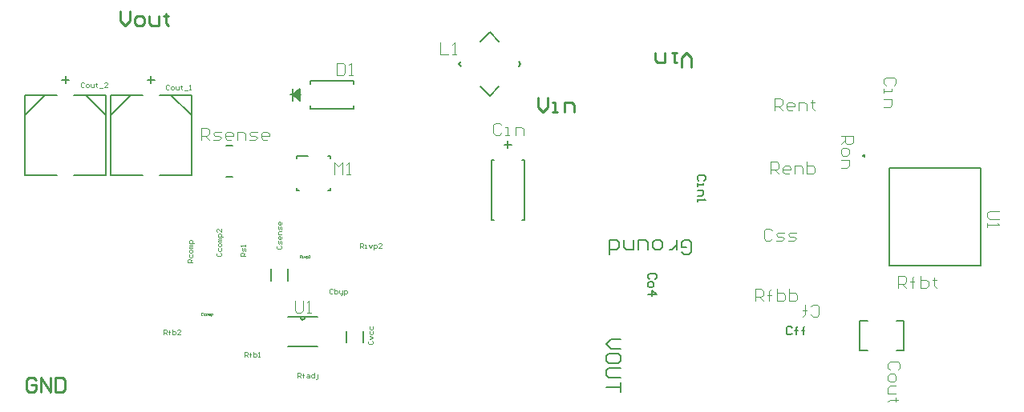
<source format=gto>
G04*
G04 #@! TF.GenerationSoftware,Altium Limited,Altium Designer,19.1.1 (5)*
G04*
G04 Layer_Color=65535*
%FSLAX25Y25*%
%MOIN*%
G70*
G01*
G75*
%ADD24C,0.01000*%
%ADD42C,0.00600*%
%ADD43C,0.00787*%
%ADD44C,0.00300*%
%ADD45C,0.00700*%
D24*
X114499Y338498D02*
X113499Y339498D01*
X111500D01*
X110500Y338498D01*
Y334500D01*
X111500Y333500D01*
X113499D01*
X114499Y334500D01*
Y336499D01*
X112499D01*
X116498Y333500D02*
Y339498D01*
X120497Y333500D01*
Y339498D01*
X122496D02*
Y333500D01*
X125495D01*
X126495Y334500D01*
Y338498D01*
X125495Y339498D01*
X122496D01*
X149500Y491998D02*
Y487999D01*
X151499Y486000D01*
X153499Y487999D01*
Y491998D01*
X156498Y486000D02*
X158497D01*
X159497Y487000D01*
Y488999D01*
X158497Y489999D01*
X156498D01*
X155498Y488999D01*
Y487000D01*
X156498Y486000D01*
X161496Y489999D02*
Y487000D01*
X162496Y486000D01*
X165495D01*
Y489999D01*
X168494Y490998D02*
Y489999D01*
X167494D01*
X169493D01*
X168494D01*
Y487000D01*
X169493Y486000D01*
X323000Y455998D02*
Y451999D01*
X324999Y450000D01*
X326999Y451999D01*
Y455998D01*
X328998Y450000D02*
X330997D01*
X329998D01*
Y453999D01*
X328998D01*
X333996Y450000D02*
Y453999D01*
X336996D01*
X337995Y452999D01*
Y450000D01*
X386800Y468712D02*
Y472711D01*
X384801Y474710D01*
X382801Y472711D01*
Y468712D01*
X380802Y474710D02*
X378803D01*
X379802D01*
Y470711D01*
X380802D01*
X375804Y474710D02*
Y470711D01*
X372805D01*
X371805Y471711D01*
Y474710D01*
D42*
X224000Y364700D02*
X224352Y363851D01*
X225200Y363500D01*
X226048Y363851D01*
X226400Y364700D01*
X250350Y353910D02*
Y358690D01*
X243250Y353910D02*
Y358690D01*
X211950Y379810D02*
Y384590D01*
X219050Y379810D02*
Y384590D01*
X193460Y436100D02*
X196140D01*
X193460Y422900D02*
X196140D01*
X316360Y429950D02*
X317400D01*
Y405150D02*
Y429950D01*
X303600Y405150D02*
X304640D01*
X303600D02*
Y429950D01*
X309000Y436350D02*
X312000D01*
X310500Y434850D02*
Y437850D01*
X303600Y429950D02*
X304640D01*
X316360Y405150D02*
X317400D01*
X228350Y461710D02*
Y462950D01*
X246450D01*
Y451450D02*
Y452690D01*
X228350Y451450D02*
X246450D01*
X223950Y454700D02*
Y459700D01*
X220950Y457200D02*
X223950Y456700D01*
X220950Y457200D02*
X223950Y456200D01*
X220950Y457200D02*
X223950Y455700D01*
X220950Y457200D02*
X223950Y455200D01*
X220950Y457200D02*
X223950Y454700D01*
X220950Y457200D02*
X223950Y457700D01*
X220950Y457200D02*
X223950Y458200D01*
X220950Y457200D02*
X223950Y458700D01*
X220950Y457200D02*
X223950Y459200D01*
X220950Y457200D02*
X223950Y459700D01*
X220950Y454700D02*
Y459700D01*
X219950Y457200D02*
X224490D01*
X228350Y451450D02*
Y452690D01*
X246450Y461710D02*
Y462950D01*
X290100Y470000D02*
X290940Y469134D01*
X303000Y456700D02*
X306840Y460659D01*
X315060Y469134D02*
X315900Y470000D01*
X315060Y470866D02*
X315900Y470000D01*
X303000Y483300D02*
X306840Y479341D01*
X290100Y470000D02*
X290940Y470866D01*
X299160Y460659D02*
X303000Y456700D01*
X299160Y479341D02*
X303000Y483300D01*
X165660Y423650D02*
X178950D01*
X145450Y457150D02*
X158740D01*
X162200Y462000D02*
Y465000D01*
X160700Y463500D02*
X163700D01*
X170575Y457150D02*
X178950Y448775D01*
X145450D02*
X153825Y457150D01*
X145450Y423650D02*
Y457150D01*
Y423650D02*
X158740D01*
X178950D02*
Y457150D01*
X165660D02*
X178950D01*
X130060Y423650D02*
X143350D01*
X109850Y457150D02*
X123140D01*
X126600Y462000D02*
Y465000D01*
X125100Y463500D02*
X128100D01*
X134975Y457150D02*
X143350Y448775D01*
X109850D02*
X118225Y457150D01*
X109850Y423650D02*
Y457150D01*
Y423650D02*
X123140D01*
X143350D02*
Y457150D01*
X130060D02*
X143350D01*
X219100Y352500D02*
X231300D01*
X219100Y364700D02*
X231300D01*
X458150Y431760D02*
X458900Y431327D01*
Y432193D01*
X458150Y431760D01*
X507100Y426760D02*
X469100D01*
X507100D02*
Y385860D01*
X469100D01*
Y426760D02*
Y385860D01*
D43*
X222613Y417413D02*
Y418398D01*
Y417413D02*
X223598D01*
X236787D02*
Y418398D01*
X235802Y417413D02*
X236787D01*
X235802Y431587D02*
X236787D01*
X222613D02*
X227535D01*
X222613Y430602D02*
Y431587D01*
X236787Y430602D02*
Y431587D01*
D44*
X237833Y376166D02*
X237500Y376499D01*
X236833D01*
X236500Y376166D01*
Y374833D01*
X236833Y374500D01*
X237500D01*
X237833Y374833D01*
X238499Y376499D02*
Y374500D01*
X239499D01*
X239832Y374833D01*
Y375166D01*
Y375500D01*
X239499Y375833D01*
X238499D01*
X240499D02*
Y374833D01*
X240832Y374500D01*
X241832D01*
Y374167D01*
X241498Y373834D01*
X241165D01*
X241832Y374500D02*
Y375833D01*
X242498Y373834D02*
Y375833D01*
X243498D01*
X243831Y375500D01*
Y374833D01*
X243498Y374500D01*
X242498D01*
X183667Y366333D02*
X183500Y366500D01*
X183167D01*
X183000Y366333D01*
Y365667D01*
X183167Y365500D01*
X183500D01*
X183667Y365667D01*
X184666Y366166D02*
X184166D01*
X184000Y366000D01*
Y365667D01*
X184166Y365500D01*
X184666D01*
X185166D02*
X185499D01*
X185666Y365667D01*
Y366000D01*
X185499Y366166D01*
X185166D01*
X184999Y366000D01*
Y365667D01*
X185166Y365500D01*
X185999D02*
Y366166D01*
X186166D01*
X186332Y366000D01*
Y365500D01*
Y366000D01*
X186499Y366166D01*
X186665Y366000D01*
Y365500D01*
X186999Y365167D02*
Y366166D01*
X187499D01*
X187665Y366000D01*
Y365667D01*
X187499Y365500D01*
X186999D01*
X189834Y391333D02*
X189501Y391000D01*
Y390333D01*
X189834Y390000D01*
X191167D01*
X191500Y390333D01*
Y391000D01*
X191167Y391333D01*
X190167Y393332D02*
Y392333D01*
X190500Y391999D01*
X191167D01*
X191500Y392333D01*
Y393332D01*
Y394332D02*
Y394998D01*
X191167Y395332D01*
X190500D01*
X190167Y394998D01*
Y394332D01*
X190500Y393999D01*
X191167D01*
X191500Y394332D01*
Y395998D02*
X190167D01*
Y396331D01*
X190500Y396665D01*
X191500D01*
X190500D01*
X190167Y396998D01*
X190500Y397331D01*
X191500D01*
X192166Y397997D02*
X190167D01*
Y398997D01*
X190500Y399330D01*
X191167D01*
X191500Y398997D01*
Y397997D01*
Y401330D02*
Y399997D01*
X190167Y401330D01*
X189834D01*
X189501Y400996D01*
Y400330D01*
X189834Y399997D01*
X307832Y444665D02*
X306999Y445498D01*
X305333D01*
X304500Y444665D01*
Y441333D01*
X305333Y440500D01*
X306999D01*
X307832Y441333D01*
X309498Y440500D02*
X311164D01*
X310331D01*
Y443832D01*
X309498D01*
X313664Y440500D02*
Y443832D01*
X316163D01*
X316996Y442999D01*
Y440500D01*
X169833Y461166D02*
X169500Y461499D01*
X168833D01*
X168500Y461166D01*
Y459833D01*
X168833Y459500D01*
X169500D01*
X169833Y459833D01*
X170833Y459500D02*
X171499D01*
X171832Y459833D01*
Y460500D01*
X171499Y460833D01*
X170833D01*
X170499Y460500D01*
Y459833D01*
X170833Y459500D01*
X172499Y460833D02*
Y459833D01*
X172832Y459500D01*
X173832D01*
Y460833D01*
X174831Y461166D02*
Y460833D01*
X174498D01*
X175164D01*
X174831D01*
Y459833D01*
X175164Y459500D01*
X176164Y459167D02*
X177497D01*
X178164Y459500D02*
X178830D01*
X178497D01*
Y461499D01*
X178164Y461166D01*
X134333Y462166D02*
X134000Y462499D01*
X133333D01*
X133000Y462166D01*
Y460833D01*
X133333Y460500D01*
X134000D01*
X134333Y460833D01*
X135333Y460500D02*
X135999D01*
X136332Y460833D01*
Y461500D01*
X135999Y461833D01*
X135333D01*
X134999Y461500D01*
Y460833D01*
X135333Y460500D01*
X136999Y461833D02*
Y460833D01*
X137332Y460500D01*
X138332D01*
Y461833D01*
X139331Y462166D02*
Y461833D01*
X138998D01*
X139664D01*
X139331D01*
Y460833D01*
X139664Y460500D01*
X140664Y460167D02*
X141997D01*
X143996Y460500D02*
X142664D01*
X143996Y461833D01*
Y462166D01*
X143663Y462499D01*
X142997D01*
X142664Y462166D01*
X214834Y394333D02*
X214501Y394000D01*
Y393333D01*
X214834Y393000D01*
X216167D01*
X216500Y393333D01*
Y394000D01*
X216167Y394333D01*
X216500Y394999D02*
Y395999D01*
X216167Y396332D01*
X215834Y395999D01*
Y395333D01*
X215500Y394999D01*
X215167Y395333D01*
Y396332D01*
X216500Y397998D02*
Y397332D01*
X216167Y396999D01*
X215500D01*
X215167Y397332D01*
Y397998D01*
X215500Y398332D01*
X215834D01*
Y396999D01*
X216500Y398998D02*
X215167D01*
Y399998D01*
X215500Y400331D01*
X216500D01*
Y400997D02*
Y401997D01*
X216167Y402330D01*
X215834Y401997D01*
Y401331D01*
X215500Y400997D01*
X215167Y401331D01*
Y402330D01*
X216500Y403996D02*
Y403330D01*
X216167Y402997D01*
X215500D01*
X215167Y403330D01*
Y403996D01*
X215500Y404330D01*
X215834D01*
Y402997D01*
X252834Y354833D02*
X252501Y354500D01*
Y353833D01*
X252834Y353500D01*
X254167D01*
X254500Y353833D01*
Y354500D01*
X254167Y354833D01*
X253167Y355499D02*
X254500Y356166D01*
X253167Y356832D01*
Y358832D02*
Y357832D01*
X253500Y357499D01*
X254167D01*
X254500Y357832D01*
Y358832D01*
X253167Y360831D02*
Y359831D01*
X253500Y359498D01*
X254167D01*
X254500Y359831D01*
Y360831D01*
X239500Y470498D02*
Y465500D01*
X241999D01*
X242832Y466333D01*
Y469665D01*
X241999Y470498D01*
X239500D01*
X244498Y465500D02*
X246164D01*
X245331D01*
Y470498D01*
X244498Y469665D01*
X282500Y478998D02*
Y474000D01*
X285832D01*
X287498D02*
X289164D01*
X288331D01*
Y478998D01*
X287498Y478165D01*
X238500Y424000D02*
Y428998D01*
X240166Y427332D01*
X241832Y428998D01*
Y424000D01*
X243498D02*
X245164D01*
X244331D01*
Y428998D01*
X243498Y428165D01*
X179500Y387500D02*
X177501D01*
Y388500D01*
X177834Y388833D01*
X178500D01*
X178833Y388500D01*
Y387500D01*
Y388166D02*
X179500Y388833D01*
X178167Y390832D02*
Y389833D01*
X178500Y389499D01*
X179167D01*
X179500Y389833D01*
Y390832D01*
Y391832D02*
Y392498D01*
X179167Y392832D01*
X178500D01*
X178167Y392498D01*
Y391832D01*
X178500Y391499D01*
X179167D01*
X179500Y391832D01*
Y393498D02*
X178167D01*
Y393831D01*
X178500Y394164D01*
X179500D01*
X178500D01*
X178167Y394498D01*
X178500Y394831D01*
X179500D01*
X180166Y395497D02*
X178167D01*
Y396497D01*
X178500Y396830D01*
X179167D01*
X179500Y396497D01*
Y395497D01*
X223000Y339500D02*
Y341499D01*
X224000D01*
X224333Y341166D01*
Y340500D01*
X224000Y340166D01*
X223000D01*
X223666D02*
X224333Y339500D01*
X225333D02*
Y341166D01*
Y340500D01*
X224999D01*
X225666D01*
X225333D01*
Y341166D01*
X225666Y341499D01*
X226999Y340833D02*
X227665D01*
X227998Y340500D01*
Y339500D01*
X226999D01*
X226665Y339833D01*
X226999Y340166D01*
X227998D01*
X229998Y341499D02*
Y339500D01*
X228998D01*
X228665Y339833D01*
Y340500D01*
X228998Y340833D01*
X229998D01*
X230664Y338834D02*
X230997D01*
X231331Y339167D01*
Y340833D01*
X201000Y348000D02*
Y349999D01*
X202000D01*
X202333Y349666D01*
Y349000D01*
X202000Y348666D01*
X201000D01*
X201666D02*
X202333Y348000D01*
X203333D02*
Y349666D01*
Y349000D01*
X202999D01*
X203666D01*
X203333D01*
Y349666D01*
X203666Y349999D01*
X204665D02*
Y348000D01*
X205665D01*
X205998Y348333D01*
Y348666D01*
Y349000D01*
X205665Y349333D01*
X204665D01*
X206665Y348000D02*
X207331D01*
X206998D01*
Y349999D01*
X206665Y349666D01*
X167500Y357500D02*
Y359499D01*
X168500D01*
X168833Y359166D01*
Y358500D01*
X168500Y358166D01*
X167500D01*
X168166D02*
X168833Y357500D01*
X169833D02*
Y359166D01*
Y358500D01*
X169499D01*
X170166D01*
X169833D01*
Y359166D01*
X170166Y359499D01*
X171166D02*
Y357500D01*
X172165D01*
X172498Y357833D01*
Y358166D01*
Y358500D01*
X172165Y358833D01*
X171166D01*
X174498Y357500D02*
X173165D01*
X174498Y358833D01*
Y359166D01*
X174164Y359499D01*
X173498D01*
X173165Y359166D01*
X224000Y389500D02*
Y390500D01*
X224500D01*
X224666Y390333D01*
Y390000D01*
X224500Y389833D01*
X224000D01*
X224333D02*
X224666Y389500D01*
X225000D02*
X225333D01*
X225166D01*
Y390166D01*
X225000D01*
X225833D02*
X226166Y389500D01*
X226499Y390166D01*
X226832Y389167D02*
Y390166D01*
X227332D01*
X227499Y390000D01*
Y389667D01*
X227332Y389500D01*
X226832D01*
X227832D02*
X228165D01*
X227999D01*
Y390500D01*
X227832Y390333D01*
X249000Y393500D02*
Y395499D01*
X250000D01*
X250333Y395166D01*
Y394500D01*
X250000Y394166D01*
X249000D01*
X249666D02*
X250333Y393500D01*
X250999D02*
X251666D01*
X251333D01*
Y394833D01*
X250999D01*
X252665D02*
X253332Y393500D01*
X253998Y394833D01*
X254665Y392834D02*
Y394833D01*
X255664D01*
X255998Y394500D01*
Y393833D01*
X255664Y393500D01*
X254665D01*
X257997D02*
X256664D01*
X257997Y394833D01*
Y395166D01*
X257664Y395499D01*
X256997D01*
X256664Y395166D01*
X201500Y390000D02*
X199501D01*
Y391000D01*
X199834Y391333D01*
X200500D01*
X200834Y391000D01*
Y390000D01*
Y390666D02*
X201500Y391333D01*
Y391999D02*
Y392999D01*
X201167Y393332D01*
X200834Y392999D01*
Y392333D01*
X200500Y391999D01*
X200167Y392333D01*
Y393332D01*
X201500Y393999D02*
Y394665D01*
Y394332D01*
X199501D01*
X199834Y393999D01*
X183000Y438500D02*
Y443498D01*
X185499D01*
X186332Y442665D01*
Y440999D01*
X185499Y440166D01*
X183000D01*
X184666D02*
X186332Y438500D01*
X187998D02*
X190498D01*
X191331Y439333D01*
X190498Y440166D01*
X188831D01*
X187998Y440999D01*
X188831Y441832D01*
X191331D01*
X195496Y438500D02*
X193830D01*
X192997Y439333D01*
Y440999D01*
X193830Y441832D01*
X195496D01*
X196329Y440999D01*
Y440166D01*
X192997D01*
X197995Y438500D02*
Y441832D01*
X200494D01*
X201327Y440999D01*
Y438500D01*
X202993D02*
X205493D01*
X206326Y439333D01*
X205493Y440166D01*
X203827D01*
X202993Y440999D01*
X203827Y441832D01*
X206326D01*
X210491Y438500D02*
X208825D01*
X207992Y439333D01*
Y440999D01*
X208825Y441832D01*
X210491D01*
X211324Y440999D01*
Y440166D01*
X207992D01*
X222000Y371498D02*
Y367333D01*
X222833Y366500D01*
X224499D01*
X225332Y367333D01*
Y371498D01*
X226998Y366500D02*
X228664D01*
X227831D01*
Y371498D01*
X226998Y370665D01*
X436468Y365545D02*
X437301Y364712D01*
X438967D01*
X439800Y365545D01*
Y368877D01*
X438967Y369710D01*
X437301D01*
X436468Y368877D01*
X433969Y369710D02*
Y365545D01*
Y367211D01*
X434802D01*
X433136D01*
X433969D01*
Y365545D01*
X433136Y364712D01*
X470915Y461178D02*
X471748Y462011D01*
Y463677D01*
X470915Y464510D01*
X467583D01*
X466750Y463677D01*
Y462011D01*
X467583Y461178D01*
X466750Y459512D02*
Y457845D01*
Y458679D01*
X470082D01*
Y459512D01*
X466750Y455346D02*
X470082D01*
Y452847D01*
X469249Y452014D01*
X466750D01*
X472674Y342578D02*
X473507Y343411D01*
Y345077D01*
X472674Y345910D01*
X469342D01*
X468509Y345077D01*
Y343411D01*
X469342Y342578D01*
X468509Y340079D02*
Y338412D01*
X469342Y337579D01*
X471008D01*
X471841Y338412D01*
Y340079D01*
X471008Y340912D01*
X469342D01*
X468509Y340079D01*
X471841Y335913D02*
X469342D01*
X468509Y335080D01*
Y332581D01*
X471841D01*
X472674Y330082D02*
X471841D01*
Y330915D01*
Y329249D01*
Y330082D01*
X469342D01*
X468509Y329249D01*
X420332Y400575D02*
X419499Y401408D01*
X417833D01*
X417000Y400575D01*
Y397243D01*
X417833Y396410D01*
X419499D01*
X420332Y397243D01*
X421999Y396410D02*
X424498D01*
X425331Y397243D01*
X424498Y398076D01*
X422831D01*
X421999Y398909D01*
X422831Y399742D01*
X425331D01*
X426997Y396410D02*
X429496D01*
X430329Y397243D01*
X429496Y398076D01*
X427830D01*
X426997Y398909D01*
X427830Y399742D01*
X430329D01*
X419800Y424210D02*
Y429208D01*
X422299D01*
X423132Y428375D01*
Y426709D01*
X422299Y425876D01*
X419800D01*
X421466D02*
X423132Y424210D01*
X427298D02*
X425632D01*
X424798Y425043D01*
Y426709D01*
X425632Y427542D01*
X427298D01*
X428131Y426709D01*
Y425876D01*
X424798D01*
X429797Y424210D02*
Y427542D01*
X432296D01*
X433129Y426709D01*
Y424210D01*
X434795Y429208D02*
Y424210D01*
X437294D01*
X438128Y425043D01*
Y425876D01*
Y426709D01*
X437294Y427542D01*
X434795D01*
X421300Y450710D02*
Y455708D01*
X423799D01*
X424632Y454875D01*
Y453209D01*
X423799Y452376D01*
X421300D01*
X422966D02*
X424632Y450710D01*
X428798D02*
X427132D01*
X426299Y451543D01*
Y453209D01*
X427132Y454042D01*
X428798D01*
X429631Y453209D01*
Y452376D01*
X426299D01*
X431297Y450710D02*
Y454042D01*
X433796D01*
X434629Y453209D01*
Y450710D01*
X437128Y454875D02*
Y454042D01*
X436295D01*
X437961D01*
X437128D01*
Y451543D01*
X437961Y450710D01*
X413300Y371210D02*
Y376208D01*
X415799D01*
X416632Y375375D01*
Y373709D01*
X415799Y372876D01*
X413300D01*
X414966D02*
X416632Y371210D01*
X419132D02*
Y375375D01*
Y373709D01*
X418298D01*
X419965D01*
X419132D01*
Y375375D01*
X419965Y376208D01*
X422464D02*
Y371210D01*
X424963D01*
X425796Y372043D01*
Y372876D01*
Y373709D01*
X424963Y374542D01*
X422464D01*
X427462Y376208D02*
Y371210D01*
X429961D01*
X430794Y372043D01*
Y372876D01*
Y373709D01*
X429961Y374542D01*
X427462D01*
X472800Y376710D02*
Y381708D01*
X475299D01*
X476132Y380875D01*
Y379209D01*
X475299Y378376D01*
X472800D01*
X474466D02*
X476132Y376710D01*
X478631D02*
Y380875D01*
Y379209D01*
X477799D01*
X479465D01*
X478631D01*
Y380875D01*
X479465Y381708D01*
X481964D02*
Y376710D01*
X484463D01*
X485296Y377543D01*
Y378376D01*
Y379209D01*
X484463Y380042D01*
X481964D01*
X487795Y380875D02*
Y380042D01*
X486962D01*
X488628D01*
X487795D01*
Y377543D01*
X488628Y376710D01*
X449000Y440010D02*
X453999D01*
Y437511D01*
X453165Y436678D01*
X451499D01*
X450666Y437511D01*
Y440010D01*
Y438344D02*
X449000Y436678D01*
Y434179D02*
Y432512D01*
X449833Y431679D01*
X451499D01*
X452332Y432512D01*
Y434179D01*
X451499Y435012D01*
X449833D01*
X449000Y434179D01*
Y430013D02*
X452332D01*
Y427514D01*
X451499Y426681D01*
X449000D01*
X514798Y408710D02*
X510633D01*
X509800Y407877D01*
Y406211D01*
X510633Y405378D01*
X514798D01*
X509800Y403712D02*
Y402045D01*
Y402879D01*
X514798D01*
X513965Y403712D01*
D45*
X456889Y362882D02*
Y350538D01*
X460059Y362882D02*
X456889D01*
X460059Y350538D02*
X456889D01*
X475129D02*
X471958D01*
X475129Y362882D02*
X471958D01*
X475129D02*
Y350538D01*
X371716Y380377D02*
X372299Y380961D01*
Y382127D01*
X371716Y382710D01*
X369383D01*
X368800Y382127D01*
Y380961D01*
X369383Y380377D01*
X368800Y378628D02*
Y377462D01*
X369383Y376878D01*
X370550D01*
X371133Y377462D01*
Y378628D01*
X370550Y379211D01*
X369383D01*
X368800Y378628D01*
Y373963D02*
X372299D01*
X370550Y375712D01*
Y373380D01*
X382801Y391712D02*
X383801Y390712D01*
X385800D01*
X386800Y391712D01*
Y395710D01*
X385800Y396710D01*
X383801D01*
X382801Y395710D01*
Y393711D01*
X384801D01*
X380802Y392711D02*
Y396710D01*
Y394711D01*
X379802Y393711D01*
X378803Y392711D01*
X377803D01*
X373804Y396710D02*
X371805D01*
X370805Y395710D01*
Y393711D01*
X371805Y392711D01*
X373804D01*
X374804Y393711D01*
Y395710D01*
X373804Y396710D01*
X368806Y392711D02*
Y395710D01*
X367806Y396710D01*
X364807D01*
Y392711D01*
X362808Y396710D02*
Y392711D01*
X359809D01*
X358809Y393711D01*
Y396710D01*
X352811Y390712D02*
Y396710D01*
X355810D01*
X356810Y395710D01*
Y393711D01*
X355810Y392711D01*
X352811D01*
X428633Y360126D02*
X428050Y360709D01*
X426883D01*
X426300Y360126D01*
Y357793D01*
X426883Y357210D01*
X428050D01*
X428633Y357793D01*
X430382Y357210D02*
Y360126D01*
Y358959D01*
X429799D01*
X430965D01*
X430382D01*
Y360126D01*
X430965Y360709D01*
X433298Y357210D02*
Y360126D01*
Y358959D01*
X432715D01*
X433881D01*
X433298D01*
Y360126D01*
X433881Y360709D01*
X357298Y355210D02*
X353299D01*
X351300Y353211D01*
X353299Y351211D01*
X357298D01*
Y346213D02*
Y348212D01*
X356298Y349212D01*
X352300D01*
X351300Y348212D01*
Y346213D01*
X352300Y345213D01*
X356298D01*
X357298Y346213D01*
Y343214D02*
X352300D01*
X351300Y342214D01*
Y340215D01*
X352300Y339215D01*
X357298D01*
Y337216D02*
Y333217D01*
Y335216D01*
X351300D01*
X392216Y421377D02*
X392799Y421961D01*
Y423127D01*
X392216Y423710D01*
X389883D01*
X389300Y423127D01*
Y421961D01*
X389883Y421377D01*
X389300Y420211D02*
Y419045D01*
Y419628D01*
X391633D01*
Y420211D01*
X389300Y417295D02*
X391633D01*
Y415546D01*
X391050Y414963D01*
X389300D01*
Y413797D02*
Y412630D01*
Y413213D01*
X392799D01*
X392216Y413797D01*
M02*

</source>
